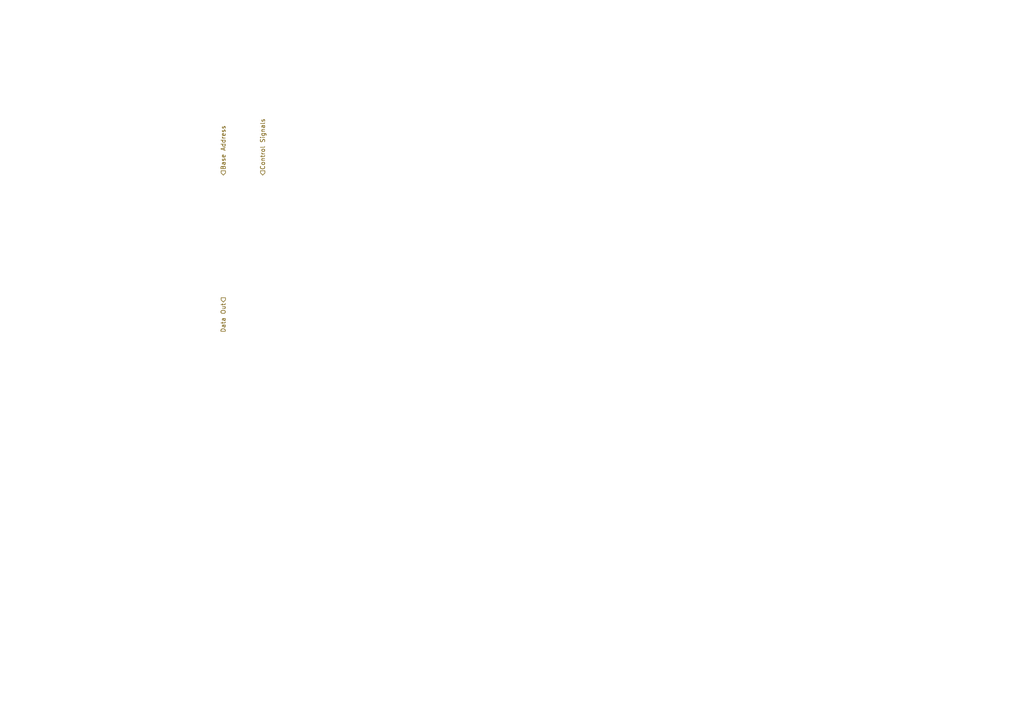
<source format=kicad_sch>
(kicad_sch (version 20230121) (generator eeschema)
  (paper "A4")
  (lib_symbols)
  (hierarchical_label "Base Address" (shape input) (at 64.77 50.8 90))
  (hierarchical_label "Data Out" (shape output) (at 64.77 86.36 270))
  (hierarchical_label "Control Signals" (shape input) (at 76.2 50.8 90))
)
</source>
